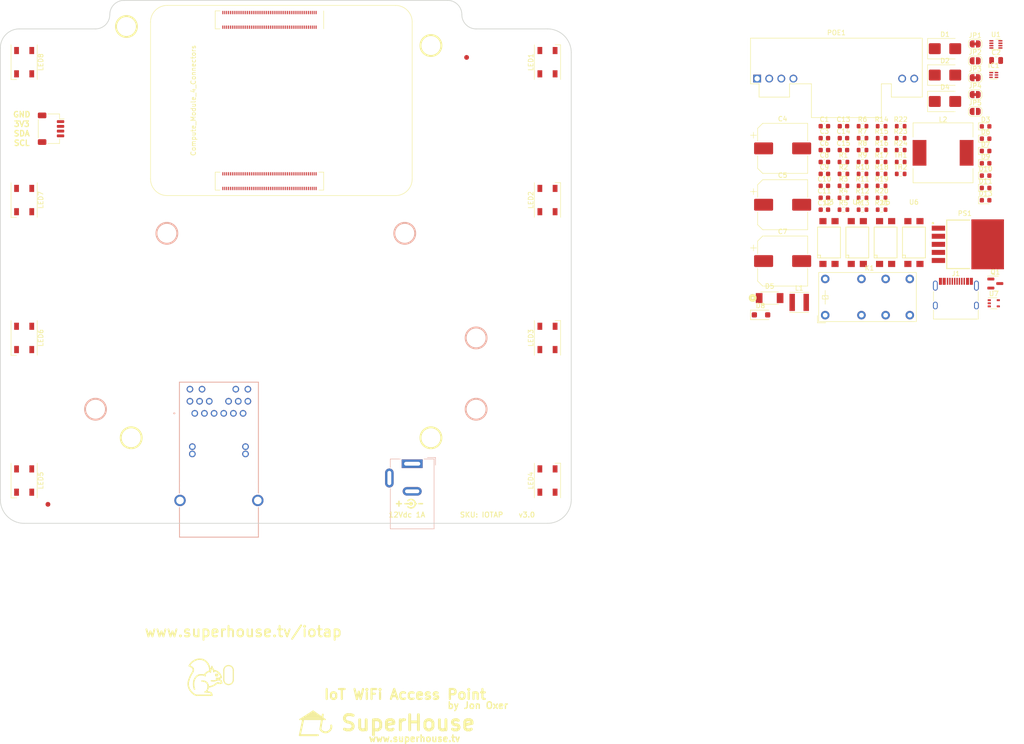
<source format=kicad_pcb>
(kicad_pcb (version 20221018) (generator pcbnew)
  (layers (0 "F.Cu" signal) (31 "B.Cu" signal) (34 "B.Paste" user) (35 "F.Paste" user) (36 "B.SilkS" user "B.Silkscreen") (37 "F.SilkS" user "F.Silkscreen") (38 "B.Mask" user) (39 "F.Mask" user) (44 "Edge.Cuts" user))
  (net 0 "")
  (net 1 "VB1")
  (net 2 "VB2")
  (net 3 "Net-(U1-VCC)")
  (net 4 "+5V")
  (net 5 "+12V")
  (net 6 "Net-(D5-K)")
  (net 7 "Net-(D6-K)")
  (net 8 "Net-(D7-K)")
  (net 9 "Net-(IC1-OUTA)")
  (net 10 "Net-(IC1-INB-)")
  (net 11 "Net-(IC1-INA+)")
  (net 12 "Net-(U1-LX)")
  (net 13 "VA1")
  (net 14 "VA2")
  (net 15 "Net-(K1-Pad9)")
  (net 16 "Net-(K1-Pad2)")
  (net 18 "Net-(D3-K)")
  (net 19 "Net-(RJ45_1-CT_1)")
  (net 20 "+3.3V")
  (net 21 "SDA0")
  (net 22 "SCL0")
  (net 23 "ethPair2_N")
  (net 24 "ethPair2_P")
  (net 25 "ethPair1_P")
  (net 26 "ethPair1_N")
  (net 27 "ethPair3_P")
  (net 28 "ethPair3_N")
  (net 29 "ethPair0_N")
  (net 30 "ethPair0_P")
  (net 31 "ETH_LEDY")
  (net 32 "ETH_LEDG")
  (net 33 "+1V8")
  (net 34 "GND")
  (net 35 "Net-(LED1-DOUT)")
  (net 36 "Net-(LED2-DOUT)")
  (net 37 "Net-(LED3-DOUT)")
  (net 38 "Net-(LED4-DOUT)")
  (net 39 "Net-(LED5-DOUT)")
  (net 40 "Net-(LED6-DOUT)")
  (net 41 "Net-(D9-K)")
  (net 42 "Net-(LED1-DIN)")
  (net 43 "Net-(LED7-DOUT)")
  (net 45 "GPIO_VREF")
  (net 46 "Net-(U2A-~{Pi_nLED_Activity})")
  (net 47 "Net-(TH1-Pad2)")
  (net 48 "Net-(TH2-Pad2)")
  (net 49 "/SYNC_IN")
  (net 50 "/SYNC_OUT")
  (net 52 "/EEPROM_nWP")
  (net 53 "/GPIO26")
  (net 54 "/GPIO21")
  (net 55 "/GPIO19")
  (net 56 "/GPIO20")
  (net 57 "/GPIO13")
  (net 58 "/GPIO16")
  (net 59 "/GPIO6")
  (net 60 "/GPIO12")
  (net 61 "/GPIO5")
  (net 62 "/ID_SC")
  (net 63 "/ID_SD")
  (net 64 "/GPIO7")
  (net 65 "/GPIO11")
  (net 66 "/GPIO9")
  (net 67 "/GPIO10")
  (net 68 "/GPIO22")
  (net 69 "/GPIO27")
  (net 70 "/GPIO17")
  (net 71 "/GPIO15")
  (net 72 "/GPIO4")
  (net 73 "/GPIO14")
  (net 74 "/GPIO3")
  (net 75 "/SD_CLK")
  (net 76 "/GPIO2")
  (net 77 "/SD_DAT3")
  (net 78 "/SD_CMD")
  (net 79 "/SD_DAT0")
  (net 81 "/SD_DAT1")
  (net 83 "/SD_DAT2")
  (net 87 "/SD_PWR_ON")
  (net 89 "/WL_nDis")
  (net 90 "/BT_nDis")
  (net 91 "/RUN_PG")
  (net 92 "/nRPIBOOT")
  (net 93 "/AIN1")
  (net 94 "/nPWR_LED")
  (net 95 "/AIN0")
  (net 96 "/CAM_GPIO")
  (net 97 "/GLOBAL_EN")
  (net 98 "/nEXTRST")
  (net 99 "/PCIE_CLK_nREQ")
  (net 102 "/PCIE_nRST")
  (net 103 "/PCIE_CLK_P")
  (net 104 "/TV_OUT")
  (net 105 "/PCIE_CLK_N")
  (net 106 "/CAM1_D0_N")
  (net 107 "/PCIE_RX_P")
  (net 108 "/CAM1_D0_P")
  (net 109 "/PCIE_RX_N")
  (net 110 "/CAM1_D1_N")
  (net 111 "/PCIE_TX_P")
  (net 112 "/CAM1_D1_P")
  (net 113 "/PCIE_TX_N")
  (net 114 "/CAM1_C_N")
  (net 115 "/CAM0_D0_N")
  (net 116 "/CAM1_C_P")
  (net 117 "/CAM0_D0_P")
  (net 118 "/CAM1_D2_N")
  (net 119 "/CAM0_D1_N")
  (net 120 "/CAM1_D2_P")
  (net 121 "/CAM0_D1_P")
  (net 122 "/CAM1_D3_N")
  (net 123 "/CAM0_C_N")
  (net 124 "/CAM1_D3_P")
  (net 125 "/CAM0_C_P")
  (net 126 "/HDMI1_HOTPLUG")
  (net 127 "/HDMI1_SDA")
  (net 128 "/HDMI1_D2_P")
  (net 129 "/HDMI1_SCL")
  (net 130 "/HDMI1_D2_N")
  (net 131 "/HDMI1_CEC")
  (net 132 "/HDMI0_CEC")
  (net 133 "/HDMI1_D1_P")
  (net 134 "/HDMI0_HOTPLUG")
  (net 135 "/HDMI1_D1_N")
  (net 136 "/DSI0_D0_N")
  (net 137 "/HDMI1_D0_P")
  (net 138 "/DSI0_D0_P")
  (net 139 "/HDMI1_D0_N")
  (net 140 "/DSI0_D1_N")
  (net 141 "/HDMI1_CK_P")
  (net 142 "/DSI0_D1_P")
  (net 143 "/HDMI1_CK_N")
  (net 144 "/DSI0_C_N")
  (net 145 "/HDMI0_D2_P")
  (net 146 "/DSI0_C_P")
  (net 147 "/HDMI0_D2_N")
  (net 148 "/DSI1_D0_N")
  (net 149 "/HDMI0_D1_P")
  (net 150 "/DSI1_D0_P")
  (net 151 "/HDMI0_D1_N")
  (net 152 "/DSI1_D1_N")
  (net 153 "/HDMI0_D0_P")
  (net 154 "/DSI1_D1_P")
  (net 155 "/HDMI0_D0_N")
  (net 156 "/DSI1_C_N")
  (net 157 "/HDMI0_CK_P")
  (net 158 "/DSI1_C_P")
  (net 159 "/HDMI0_CK_N")
  (net 160 "/DSI1_D2_N")
  (net 161 "/DSI1_D3_N")
  (net 162 "/DSI1_D2_P")
  (net 163 "/DSI1_D3_P")
  (net 164 "/HDMI0_SDA")
  (net 165 "/HDMI0_SCL")
  (net 166 "Net-(D10-K)")
  (net 167 "Net-(D11-K)")
  (net 168 "Net-(JP3-A)")
  (net 169 "Net-(JP4-A)")
  (net 170 "+3.3VA")
  (net 171 "GPIO18")
  (net 172 "Net-(R12-Pad1)")
  (net 173 "2.1mm_SIG")
  (net 174 "PASSIVE_SIG")
  (net 175 "POE_SIG")
  (net 176 "DIY_SIG")
  (net 177 "Net-(D13-K)")
  (net 182 "Net-(R13-Pad1)")
  (net 183 "Net-(R14-Pad1)")
  (net 184 "Net-(R15-Pad1)")
  (net 185 "GPIO8")
  (net 186 "GPIO25")
  (net 187 "GPIO24")
  (net 188 "GPIO23")
  (net 189 "Net-(R21-Pad2)")
  (net 191 "Net-(JP5-B)")
  (net 192 "USB2_P")
  (net 193 "USB2_N")
  (net 194 "Net-(JP5-A)")
  (net 195 "USBOTG")
  (net 196 "Net-(RJ45_1-K_YELLOW)")
  (net 197 "Net-(RJ45_1-K_GREEN{slash}A_ORANGE)")
  (footprint "Resistor_SMD:R_0603_1608Metric" (layer "F.Cu") (at 217.18 47.4)
    (fp_text reference "R22")
    (fp_text value "2.2k")
  )
  (footprint "MountingHole:MountingHole_5.3mm_M5" (layer "F.Cu") (at 49.4365 47.4365)
    (fp_text reference "H10" hide)
    (fp_text value "MountingHole" hide)
  )
  (footprint "LED_SMD:LED_SK6812_PLCC4_5.0x5.0mm_P3.2mm" (layer "F.Cu") (at 142.9365 121.9365 90)
    (fp_text reference "LED4")
    (fp_text value "SK6812" hide)
  )
  (footprint "Austins creations:LM2596S" (layer "F.Cu") (at 230.66 72.25)
    (fp_text reference "PS1")
    (fp_text value "LM2596S-5.0")
  )
  (footprint "Capacitor_SMD:C_0603_1608Metric" (layer "F.Cu") (at 205.15 49.91)
    (fp_text reference "C14")
    (fp_text value "100nF")
  )
  (footprint "Resistor_SMD:R_0603_1608Metric" (layer "F.Cu") (at 217.18 57.44)
    (fp_text reference "TH2")
    (fp_text value "16v 500mA PTC")
  )
  (footprint "Capacitor_SMD:C_0603_1608Metric" (layer "F.Cu") (at 205.15 52.42)
    (fp_text reference "C15")
    (fp_text value "100nF")
  )
  (footprint "Diode_SMD:D_SMB" (layer "F.Cu") (at 226.495 42.2)
    (fp_text reference "D4")
    (fp_text value "S3MB")
  )
  (footprint "Resistor_SMD:R_0603_1608Metric" (layer "F.Cu") (at 205.15 64.97)
    (fp_text reference "R5")
    (fp_text value "62k")
  )
  (footprint "Capacitor_SMD:C_0603_1608Metric" (layer "F.Cu") (at 201.14 49.91)
    (fp_text reference "C3")
    (fp_text value "1uf")
  )
  (footprint "Resistor_SMD:R_0603_1608Metric" (layer "F.Cu") (at 205.15 59.95)
    (fp_text reference "R3")
    (fp_text value "10k")
  )
  (footprint "Jumper:SolderJumper-2_P1.3mm_Open_RoundedPad1.0x1.5mm" (layer "F.Cu") (at 232.84 33.65)
    (fp_text reference "JP2")
    (fp_text value "Jumper_2_Open")
  )
  (footprint "bare-footprints:smd4" (layer "F.Cu") (at 202.10998 71.87397)
    (fp_text reference "U3")
    (fp_text value "PC817")
  )
  (footprint "Jumper:SolderJumper-2_P1.3mm_Bridged_RoundedPad1.0x1.5mm" (layer "F.Cu") (at 232.84 40.75)
    (fp_text reference "JP4")
    (fp_text value "Jumper_2_Bridged")
  )
  (footprint "Capacitor_SMD:CP_Elec_10x10" (layer "F.Cu") (at 192.365 75.77)
    (fp_text reference "C7")
    (fp_text value "330uF 25v")
  )
  (footprint "Diode_SMD:D_SOD-123F" (layer "F.Cu") (at 187.825 87.09)
    (fp_text reference "D8")
    (fp_text value "SM4007")
  )
  (footprint "MountingHole:MountingHole_3.5mm" (layer "F.Cu") (at 118.4365 30.4365)
    (fp_text reference "H7" hide)
    (fp_text value "MountingHole" hide)
  )
  (footprint "Resistor_SMD:R_0603_1608Metric" (layer "F.Cu") (at 213.17 49.91)
    (fp_text reference "R15")
    (fp_text value "4.7k")
  )
  (footprint "Resistor_SMD:R_0603_1608Metric" (layer "F.Cu") (at 217.18 49.91)
    (fp_text reference "R23")
    (fp_text value "470r")
  )
  (footprint "Resistor_SMD:R_0603_1608Metric" (layer "F.Cu") (at 209.16 62.46)
    (fp_text reference "R12")
    (fp_text value "10k")
  )
  (footprint "MountingHole:MountingHole_2.5mm" (layer "F.Cu") (at 112.9365 69.9365)
    (fp_text reference "H2" hide)
    (fp_text value "MountingHole" hide)
  )
  (footprint "MountingHole:MountingHole_2.5mm" (layer "F.Cu") (at 127.9365 91.9365)
    (fp_text reference "H3" hide)
    (fp_text value "MountingHole" hide)
  )
  (footprint "Capacitor_SMD:CP_Elec_10x10" (layer "F.Cu") (at 192.365 52.07)
    (fp_text reference "C4")
    (fp_text value "330uF 50v")
  )
  (footprint "Resistor_SMD:R_0603_1608Metric" (layer "F.Cu") (at 205.15 54.93)
    (fp_text reference "R1")
    (fp_text value "10k")
  )
  (footprint "bare-footprints:smd4" (layer "F.Cu") (at 214.00998 71.87397)
    (fp_text reference "U5")
    (fp_text value "PC817")
  )
  (footprint "Austins creations:Raspberry-Pi-4-Compute-Module" (layer "F.Cu") (at 84.5 42 -90)
    (fp_text reference "U2" hide)
    (fp_text value "Compute_Module_4_Connectors")
  )
  (footprint "Resistor_SMD:R_0603_1608Metric" (layer "F.Cu") (at 213.17 54.93)
    (fp_text reference "R17")
    (fp_text value "10k")
  )
  (footprint "LED_SMD:LED_0603_1608Metric" (layer "F.Cu") (at 235.03 55.21)
    (fp_text reference "D9")
    (fp_text value "red")
  )
  (footprint "Resistor_SMD:R_0603_1608Metric" (layer "F.Cu") (at 213.17 47.4)
    (fp_text reference "R14")
    (fp_text value "10k")
  )
  (footprint "LED_SMD:LED_0603_1608Metric" (layer "F.Cu") (at 235.03 60.39)
    (fp_text reference "D11")
    (fp_text value "green")
  )
  (footprint "Capacitor_SMD:C_0603_1608Metric" (layer "F.Cu") (at 201.14 62.46)
    (fp_text reference "C11")
    (fp_text value "100nF")
  )
  (footprint "Capacitor_SMD:C_0805_2012Metric" (layer "F.Cu") (at 237.24 33.58)
    (fp_text reference "C2")
    (fp_text value "1uf")
  )
  (footprint "Inductor_SMD:L_Vishay_IFSC-1515AH_4x4x1.8mm" (layer "F.Cu") (at 195.85 84.47)
    (fp_text reference "L1")
    (fp_text value "33UH")
  )
  (footprint "Jumper:SolderJumper-2_P1.3mm_Open_RoundedPad1.0x1.5mm" (layer "F.Cu") (at 232.84 44.3)
    (fp_text reference "JP5")
    (fp_text value "USB OTG MODE")
  )
  (footprint "Resistor_SMD:R_0603_1608Metric" (layer "F.Cu") (at 205.15 57.44)
    (fp_text reference "R2")
    (fp_text value "10k")
  )
  (footprint "MountingHole:MountingHole_2.5mm" (layer "F.Cu") (at 127.9365 106.9365)
    (fp_text reference "H4" hide)
    (fp_text value "MountingHole" hide)
  )
  (footprint "Capacitor_SMD:C_0603_1608Metric" (layer "F.Cu") (at 201.14 64.97)
    (fp_text reference "C12")
    (fp_text value "100nF")
  )
  (footprint "LED_SMD:LED_SK6812_PLCC4_5.0x5.0mm_P3.2mm" (layer "F.Cu") (at 142.9365 62.9365 90)
    (fp_text reference "LED2")
    (fp_text value "SK6812" hide)
  )
  (footprint "Resistor_SMD:R_0603_1608Metric" (layer "F.Cu") (at 209.16 54.93)
    (fp_text reference "R9")
    (fp_text value "4.7k")
  )
  (footprint "LED_SMD:LED_0603_1608Metric" (layer "F.Cu") (at 235.03 47.44)
    (fp_text reference "D3")
    (fp_text value "green")
  )
  (footprint "Package_SON:WSON-6_1.5x1.5mm_P0.5mm" (layer "F.Cu") (at 236.74 36.63)
    (fp_text reference "IC1")
    (fp_text value "TPS3700-WSON")
  )
  (footprint "Resistor_SMD:R_0603_1608Metric" (layer "F.Cu") (at 209.16 59.95)
    (fp_text reference "R11")
    (fp_text value "470r")
  )
  (footprint "LED_SMD:LED_0603_1608Metric" (layer "F.Cu") (at 235.03 50.03)
    (fp_text reference "D6")
    (fp_text value "red")
  )
  (footprint "MountingHole:MountingHole_3.5mm" (layer "F.Cu") (at 54.4365 26.4365)
    (fp_text reference "H6" hide)
    (fp_text value "MountingHole" hide)
  )
  (footprint "Resistor_SMD:R_0603_1608Metric" (layer "F.Cu") (at 217.18 54.93)
    (fp_text reference "TH1")
    (fp_text value "16v 500mA PTC")
  )
  (footprint "Capacitor_SMD:C_0603_1608Metric" (layer "F.Cu") (at 201.14 59.95)
    (fp_text reference "C10")
    (fp_text value "100nF")
  )
  (footprint "Resistor_SMD:R_0603_1608Metric" (layer "F.Cu") (at 209.16 57.44)
    (fp_text reference "R10")
    (fp_text value "4.7k")
  )
  (footprint "Austins creations:qwiic horizontal" (layer "F.Cu") (at 38.3855 47.9365 -90)
    (fp_text reference "Qw1" hide)
    (fp_text value "qwiic_horizontal" hide)
  )
  (footprint "Resistor_SMD:R_0603_1608Metric" (layer "F.Cu") (at 205.15 62.46)
    (fp_text reference "R4")
    (fp_text value "2M")
  )
  (footprint "MountingHole:MountingHole_3.5mm" (layer "F.Cu") (at 55.4365 112.9365)
    (fp_text reference "H8" hide)
    (fp_text value "MountingHole" hide)
  )
  (footprint "LED_SMD:LED_SK6812_PLCC4_5.0x5.0mm_P3.2mm" (layer "F.Cu") (at 32.9365 121.9365 -90)
    (fp_text reference "LED5")
    (fp_text value "SK6812" hide)
  )
  (footprint "MountingHole:MountingHole_5.3mm_M5" (layer "F.Cu") (at 126.4365 47.4365)
    (fp_text reference "H11" hide)
    (fp_text value "MountingHole" hide)
  )
  (footprint "bare-footprints:smd4" (layer "F.Cu") (at 208.05998 71.87397)
    (fp_text reference "U4")
    (fp_text value "PC817")
  )
  (footprint "bare-footprints:smd4" (layer "F.Cu") (at 219.95998 71.87397)
    (fp_text reference "U6")
    (fp_text value "PC817")
  )
  (footprint "Capacitor_SMD:C_0603_1608Metric" (layer "F.Cu") (at 205.15 47.4)
    (fp_text reference "C13")
    (fp_text value "100nF")
  )
  (footprint "Resistor_SMD:R_0603_1608Metric" (layer "F.Cu") (at 213.17 62.46)
    (fp_text reference "R20")
    (fp_text value "2.2k")
  )
  (footprint "Resistor_SMD:R_0603_1608Metric" (layer "F.Cu") (at 209.16 49.91)
    (fp_text reference "R7")
    (fp_text value "4.7k")
  )
  (footprint "Austins creations:DP1435" (layer "F.Cu") (at 203.6685 37.2385)
    (fp_text reference "POE1")
    (fp_text value "DP1435")
  )
  (footprint "Connector_USB:USB_C_Receptacle_HRO_TYPE-C-31-M-12" (layer "F.Cu") (at 228.78 84.07)
    (fp_text reference "J1")
    (fp_text value "USB_C_Receptacle_USB2.0")
  )
  (footprint "Package_TO_SOT_SMD:SOT-353_SC-70-5" (layer "F.Cu") (at 236.75 84.65)
    (fp_text reference "U7")
    (fp_text value "74LVC1G07SE-7")
  )
  (footprint "MountingHole:MountingHole_3.5mm" (layer "F.Cu") (at 118.4365 112.9365)
    (fp_text reference "H9" hide)
    (fp_text value "MountingHole" hide)
  )
  (footprint "Relay_THT:Relay_DPDT_Finder_30.22" (layer "F.Cu") (at 201.315 87.15)
    (fp_text reference "K1")
    (fp_text value "J104D2C3VDC.15S")
  )
  (footprint "Capacitor_SMD:C_0603_1608Metric" (layer "F.Cu") (at 201.14 57.44)
    (fp_text reference "C9")
    (fp_text value "100nF")
  )
  (footprint "Jumper:SolderJumper-2_P1.3mm_Bridged_RoundedPad1.0x1.5mm" (layer "F.Cu") (at 232.84 30.1)
    (fp_text reference "JP1")
    (fp_text value "Jumper_2_Bridged")
  )
  (footprint "Resistor_SMD:R_0603_1608Metric" (layer "F.Cu") (at 209.16 64.97)
    (fp_text reference "R13")
    (fp_text value "10k")
  )
  (footprint "Resistor_SMD:R_0603_1608Metric" (layer "F.Cu") (at 209.16 47.4)
    (fp_text reference "R6")
    (fp_text value "22k")
  )
  (footprint "Package_DFN_QFN:DFN-8_2x2mm_P0.5mm" (layer "F.Cu") (at 237.19 30.2)
    (fp_text reference "U1")
    (fp_text value "MAX15062A")
  )
  (footprint "Diode_SMD:D_SMB" (layer "F.Cu") (at 226.495 31.1)
    (fp_text reference "D1")
    (fp_text value "S3MB")
  )
  (footprint "LED_SMD:LED_0603_1608Metric" (layer "F.Cu") (at 235.03 62.98)
    (fp_text reference "D13")
    (fp_text value "red")
  )
  (footprint "Austins creations:12x12x8 inductor" (layer "F.Cu") (at 226.085 53.005)
    (fp_text reference "L2")
    (fp_text value "33UH")
  )
  (footprint "LED_SMD:LED_SK6812_PLCC4_5.0x5.0mm_P3.2mm" (layer "F.Cu") (at 32.9365 91.9365 -90)
    (fp_text reference "LED6")
    (fp_text value "SK6812" hide)
  )
  (footprint "LED_SMD:LED_SK6812_PLCC4_5.0x5.0mm_P3.2mm" (layer "F.Cu") (at 142.9365 91.9365 90)
    (fp_text reference "LED3")
    (fp_text value "SK6812" hide)
  )
  (footprint "Resistor_SMD:R_0603_1608Metric" (layer "F.Cu") (at 213.17 57.44)
    (fp_text reference "R18")
    (fp_text value "10k")
  )
  (footprint "MountingHole:MountingHole_2.5mm" (layer "F.Cu") (at 47.9365 106.9365)
    (fp_text reference "H5" hide)
    (fp_text value "MountingHole" hide)
  )
  (footprint "Capacitor_SMD:CP_Elec_10x10" (layer "F.Cu") (at 192.365 63.92)
    (fp_text reference "C5")
    (fp_text value "330uF 50v")
  )
  (footprint "Resistor_SMD:R_0603_1608Metric" (layer "F.Cu") (at 213.17 52.42)
    (fp_text reference "R16")
    (fp_text value "10k")
  )
  (footprint "Fiducial:Fiducial_1mm_Mask3mm" (layer "F.Cu") (at 125.9365 32.9365)
    (fp_text reference "FID2" hide)
    (fp_text value "Fiducial" hide)
  )
  (footprint "LED_SMD:LED_SK6812_PLCC4_5.0x5.0mm_P3.2mm" (layer "F.Cu") (at 32.9365 62.9365 -90)
    (fp_text reference "LED7")
    (fp_text value "SK6812" hide)
  )
  (footprint "Fiducial:Fiducial_1mm_Mask3mm" (layer "F.Cu") (at 37.9365 126.9365)
    (fp_text reference "FID1" hide)
    (fp_text value "Fiducial" hide)
  )
  (footprint "Resistor_SMD:R_0603_1608Metric" (layer "F.Cu") (at 209.16 52.42)
    (fp_text reference "R8")
    (fp_text value "10k")
  )
  (footprint "Austins creations:PMEG3050EP" (layer "F.Cu") (at 189.632815 83.555)
    (fp_text reference "D5")
    (fp_text value "PMEG4050EP")
  )
  (footprint "Capacitor_SMD:C_0603_1608Metric" (layer "F.Cu") (at 201.14 54.93)
    (fp_text reference "C8")
    (fp_text value "100nF")
  )
  (footprint "MountingHole:MountingHole_5.3mm_M5" (layer "F.Cu") (at 40.4365 120.9365)
    (fp_text reference "H12" hide)
    (fp_text value "MountingHole" hide)
  )
  (footprint "LED_SMD:LED_0603_1608Metric" (layer "F.Cu") (at 235.03 57.8)
    (fp_text reference "D10")
    (fp_text value "green")
  )
  (footprint "MountingHole:MountingHole_5.3mm_M5" (layer "F.Cu") (at 133.4365 120.9365)
    (fp_text reference "H13" hide)
    (fp_text value "MountingHole" hide)
  )
  (footprint "MountingHole:MountingHole_2.5mm" (layer "F.Cu") (at 62.9365 69.9365)
    (fp_text reference "H1" hide)
    (fp_text value "MountingHole" hide)
  )
  (footprint "Resistor_SMD:R_0603_1608Metric" (layer "F.Cu") (at 213.17 59.95)
    (fp_text reference "R19")
    (fp_text value "10k")
  )
  (footprint "Jumper:SolderJumper-2_P1.3mm_Bridged_RoundedPad1.0x1.5mm" (layer "F.Cu") (at 232.84 37.2)
    (fp_text reference "JP3")
    (fp_text value "Jumper_2_Bridged")
  )
  (footprint "LED_SMD:LED_0603_1608Metric" (layer "F.Cu") (at 235.03 52.62)
    (fp_text reference "D7")
    (fp_text value "blue")
  )
  (footprint "Capacitor_SMD:C_0603_1608Metric" (layer "F.Cu") (at 201.14 52.42)
    (fp_text reference "C6")
    (fp_text value "10uf")
  )
  (footprint "Package_TO_SOT_SMD:SOT-23" (layer "F.Cu") (at 237.07 80.5)
    (fp_text reference "Q1")
    (fp_text value "AO3400A")
  )
  (footprint "Resistor_SMD:R_0603_1608Metric" (layer "F.Cu") (at 217.18 52.42)
    (fp_text reference "R24")
    (fp_text value "470r")
  )
  (footprint "LED_SMD:LED_SK6812_PLCC4_5.0x5.0mm_P3.2mm" (layer "F.Cu") (at 142.9365 33.9365 90)
    (fp_text reference "LED1")
    (fp_text value "SK6812" hide)
  )
  (footprint "Capacitor_SMD:C_0603_1608Metric" (layer "F.Cu") (at 201.14 47.4)
    (fp_text reference "C1")
    (fp_text value "100nF")
  )
  (footprint "LED_SMD:LED_SK6812_PLCC4_5.0x5.0mm_P3.2mm" (layer "F.Cu") (at 32.9365 33.9365 -90)
    (fp_text reference "LED8")
    (fp_text value "SK6812" hide)
  )
  (footprint "Resistor_SMD:R_0603_1608Metric" (layer "F.Cu") (at 213.17 64.97)
    (fp_text reference "R21")
    (fp_text value "1k")
  )
  (footprint "Diode_SMD:D_SMB" (layer "F.Cu") (at 226.495 36.65)
    (fp_text reference "D2")
    (fp_text value "S3MB")
  )
  (footprint "Austins creations:Barrel Jack" (layer "B.Cu") (at 114.5 124 180)
    (fp_text reference "BJ1" hide)
    (fp_text value "Barrel_Jack" hide)
  )
  (footprint "Austins creations:ARJ139" (layer "B.Cu") (at 73.7 114.3 180)
    (fp_text reference "RJ45_1" hide)
    (fp_text value "ARJ-139" hide)
  )
  (gr_circle (center 62.9365 69.9365) (end 65.1365 69.9365) (stroke (width 0.4064)) (fill none) (layer "B.SilkS"))
  (gr_circle (center 127.9365 106.9365) (end 130.1365 106.9365) (stroke (width 0.4064)) (fill none) (layer "B.SilkS"))
  (gr_circle (center 127.9365 91.9365) (end 130.1365 91.9365) (stroke (width 0.4064)) (fill none) (layer "B.SilkS"))
  (gr_circle (center 112.9365 69.9365) (end 115.1365 69.9365) (stroke (width 0.4064)) (fill none) (layer "B.SilkS"))
  (gr_circle (center 47.9365 106.9365) (end 50.1365 106.9365) (stroke (width 0.4064)) (fill none) (layer "B.SilkS"))
  (gr_arc (start 70.5 159.6) (mid 71.136714 159.974594) (end 71.6 160.55) (stroke (width 0.3048)) (layer "F.SilkS"))
  (gr_line (start 76.9 163.85) (end 76.9 161.85) (stroke (width 0.254)) (layer "F.SilkS"))
  (gr_arc (start 68.449999 161.5) (mid 68.499872 161.671447) (end 68.5 161.85) (stroke (width 0.3048)) (layer "F.SilkS"))
  (gr_line (start 94.438 171.43) (end 93.168 171.43) (stroke (width 0.4064)) (layer "F.SilkS"))
  (gr_line (start 111.7145 126.2965) (end 111.7145 127.3125) (stroke (width 0.3048)) (layer "F.SilkS"))
  (gr_arc (start 114.2545 127.0585) (mid 114.074895 126.984105) (end 114.0005 126.8045) (stroke (width 0.3048)) (layer "F.SilkS"))
  (gr_line (start 114.0005 126.8045) (end 114.2545 126.8045) (stroke (width 0.3048)) (layer "F.SilkS"))
  (gr_circle (center 54.4365 26.4365) (end 56.6365 26.4365) (stroke (width 0.4064)) (fill none) (layer "F.SilkS"))
  (gr_arc (start 73.2 164.75) (mid 73.379715 164.592545) (end 73.6 164.500001) (stroke (width 0.3048)) (layer "F.SilkS"))
  (gr_line (start 111.2065 126.8045) (end 112.2225 126.8045) (stroke (width 0.3048)) (layer "F.SilkS"))
  (gr_arc (start 68.5 161.85) (mid 68.446917 162.058219) (end 68.35 162.25) (stroke (width 0.3048)) (layer "F.SilkS"))
  (gr_arc (start 67.5 164.1) (mid 67.655006 163.617634) (end 67.85 163.15) (stroke (width 0.3048)) (layer "F.SilkS"))
  (gr_line (start 115.1435 126.8045) (end 115.3975 126.8045) (stroke (width 0.3048)) (layer "F.SilkS"))
  (gr_line (start 93.168 171.43) (end 93.676 171.176) (stroke (width 0.4064)) (layer "F.SilkS"))
  (gr_line (start 72.4 161.35) (end 72.4 161.05) (stroke (width 0.3048)) (layer "F.SilkS"))
  (gr_arc (start 67.45 165.1) (mid 67.420057 164.597253) (end 67.5 164.1) (stroke (width 0.3048)) (layer "F.SilkS"))
  (gr_line (start 90.882 175.494) (end 91.644 171.938) (stroke (width 0.4064)) (layer "F.SilkS"))
  (gr_line (start 94.692 175.494) (end 90.882 175.494) (stroke (width 0.4064)) (layer "F.SilkS"))
  (gr_line (start 94.946 171.684) (end 92.152 171.684) (stroke (width 0.4064)) (layer "F.SilkS"))
  (gr_arc (start 114.0005 126.8045) (mid 114.074895 126.624895) (end 114.2545 126.5505) (stroke (width 0.3048)) (layer "F.SilkS"))
  (gr_arc (start 75.9 164.85) (mid 75.192893 164.557107) (end 74.9 163.85) (stroke (width 0.254)) (layer "F.SilkS"))
  (gr_arc (start 71.85 166.45) (mid 72.066228 166.517544) (end 72.25 166.65) (stroke (width 0.3048)) (layer "F.SilkS"))
  (gr_arc (start 68.099999 161.15) (mid 68.306947 161.293053) (end 68.45 161.5) (stroke (width 0.3048)) (layer "F.SilkS"))
  (gr_arc (start 73.45 163.9) (mid 72.887171 164.06831) (end 72.300001 164.05) (stroke (width 0.3048)) (layer "F.SilkS"))
  (gr_line (start 112.9845 126.8045) (end 114.0005 126.8045) (stroke (width 0.3048)) (layer "F.SilkS"))
  (gr_arc (start 69.35 167.1) (mid 68.954715 167.035854) (end 68.6 166.850001) (stroke (width 0.3048)) (layer "F.SilkS"))
  (gr_arc (start 68.65 164) (mid 68.918861 163.443203) (end 69.35 163.000001) (stroke (width 0.3048)) (layer "F.SilkS"))
  (gr_arc (start 97.486 173.462) (mid 96.672339 174.831016) (end 95.2 174.224002) (stroke (width 0.4064)) (layer "F.SilkS"))
  (gr_arc (start 73.65 164.5) (mid 73.808114 164.525658) (end 73.95 164.6) (stroke (width 0.3048)) (layer "F.SilkS"))
  (gr_arc (start 74.9 161.85) (mid 75.192893 161.142893) (end 75.9 160.85) (stroke (width 0.254)) (layer "F.SilkS"))
  (gr_arc (start 75.9 160.85) (mid 76.607107 161.142893) (end 76.9 161.85) (stroke (width 0.254)) (layer "F.SilkS"))
  (gr_circle (center 118.4365 112.9365) (end 120.6365 112.9365) (stroke (width 0.4064)) (fill none) (layer "F.SilkS"))
  (gr_line (start 93.676 170.414) (end 96.216 172.192) (stroke (width 0.254)) (layer "F.SilkS"))
  (gr_line (start 74.9 161.85) (end 74.9 163.85) (stroke (width 0.254)) (layer "F.SilkS"))
  (gr_arc (start 67.65 160.9) (mid 68.190466 160.181339) (end 68.95 159.7) (stroke (width 0.3048)) (layer "F.SilkS"))
  (gr_arc (start 68.2 166.5) (mid 67.987252 166.260198) (end 67.8 166) (stroke (width 0.3048)) (layer "F.SilkS"))
  (gr_arc (start 114.2545 126.5505) (mid 114.434105 126.624895) (end 114.5085 126.8045) (stroke (width 0.3048)) (layer "F.SilkS"))
  (gr_arc (start 74.3 164.05) (mid 74.411512 164.262829) (end 74.45 164.5) (stroke (width 0.3048)) (layer "F.SilkS"))
  (gr_arc (start 67.8 166) (mid 67.579405 165.567731) (end 67.45 165.1) (stroke (width 0.3048)) (layer "F.SilkS"))
  (gr_arc (start 72.399999 161.299999) (mid 72.677586 161.688488) (end 72.8 162.15) (stroke (width 0.3048)) (layer "F.SilkS"))
  (gr_arc (start 74.35 163.35) (mid 73.868256 163.541278) (end 73.35 163.55) (stroke (width 0.3048)) (layer "F.SilkS"))
  (gr_line (start 90.882 172.192) (end 93.676 170.414) (stroke (width 0.254)) (layer "F.SilkS"))
  (gr_arc (start 69.35 163) (mid 69.808772 162.822918) (end 70.3 162.800001) (stroke (width 0.3048)) (layer "F.SilkS"))
  (gr_arc (start 70.799999 162.9) (mid 71.292849 162.34503) (end 71.95 162) (stroke (width 0.3048)) (layer "F.SilkS"))
  (gr_line (start 95.454 171.938) (end 93.676 170.668) (stroke (width 0.254)) (layer "F.SilkS"))
  (gr_arc (start 73.45 163.9) (mid 73.720943 163.830374) (end 74 163.850001) (stroke (width 0.3048)) (layer "F.SilkS"))
  (gr_line (start 93.676 170.668) (end 91.644 171.938) (stroke (width 0.254)) (layer "F.SilkS"))
  (gr_arc (start 72.8 161.9) (mid 73.370639 162.054158) (end 73.85 162.4) (stroke (width 0.3048)) (layer "F.SilkS"))
  (gr_line (start 96.216 172.192) (end 90.882 172.192) (stroke (width 0.254)) (layer "F.SilkS"))
  (gr_arc (start 113.6195 126.1695) (mid 115.152526 126.8045) (end 113.6195 127.4395) (stroke (width 0.3048)) (layer "F.SilkS"))
  (gr_arc (start 68.6 166.85) (mid 68.393406 166.682537) (end 68.2 166.5) (stroke (width 0.3048)) (layer "F.SilkS"))
  (gr_arc (start 68.75 165.8) (mid 68.55395 164.908114) (end 68.65 164.000001) (stroke (width 0.3048)) (layer "F.SilkS"))
  (gr_line (start 93.676 170.922) (end 94.438 171.43) (stroke (width 0.4064)) (layer "F.SilkS"))
  (gr_arc (start 114.5085 126.8045) (mid 114.434105 126.984105) (end 114.2545 127.0585) (stroke (width 0.3048)) (layer "F.SilkS"))
  (gr_line (start 92.152 171.684) (end 93.676 170.922) (stroke (width 0.4064)) (layer "F.SilkS"))
  (gr_arc (start 76.9 163.85) (mid 76.607107 164.557107) (end 75.9 164.85) (stroke (width 0.254)) (layer "F.SilkS"))
  (gr_arc (start 70.3 164.1) (mid 70.526081 164.115275) (end 70.75 164.15) (stroke (width 0.3048)) (layer "F.SilkS"))
  (gr_line (start 91.39 171.938) (end 91.644 171.938) (stroke (width 0.254)) (layer "F.SilkS"))
  (gr_arc (start 67.85 163.15) (mid 68.08425 162.69125) (end 68.35 162.25) (stroke (width 0.3048)) (layer "F.SilkS"))
  (gr_circle (center 55.4365 112.9365) (end 57.6365 112.9365) (stroke (width 0.4064)) (fill none) (layer "F.SilkS"))
  (gr_circle (center 73.4 162.85) (end 73.45 162.85) (stroke (width 0.3048)) (fill none) (layer "F.SilkS"))
  (gr_arc (start 71.6 165.35) (mid 71.470842 165.916075) (end 71.15 166.4) (stroke (width 0.3048)) (layer "F.SilkS"))
  (gr_arc (start 72.25 166.65) (mid 72.361512 166.862829) (end 72.4 167.1) (stroke (width 0.3048)) (layer "F.SilkS"))
  (gr_arc (start 68.799999 159.75) (mid 69.636308 159.519827) (end 70.5 159.6) (stroke (width 0.3048)) (layer "F.SilkS"))
  (gr_arc (start 70.749999 164.15) (mid 71.111511 164.290669) (end 71.4 164.55) (stroke (width 0.3048)) (layer "F.SilkS"))
  (gr_line (start 115.9055 126.8045) (end 116.6675 126.8045) (stroke (width 0.3048)) (layer "F.SilkS"))
  (gr_line (start 72.4 167.1) (end 69.35 167.1) (stroke (width 0.3048)) (layer "F.SilkS"))
  (gr_arc (start 71.4 164.55) (mid 71.568459 164.906744) (end 71.6 165.3) (stroke (width 0.3048)) (layer "F.SilkS"))
  (gr_arc (start 71.5 160.4) (mid 71.875609 161.183925) (end 71.95 162.05) (stroke (width 0.3048)) (layer "F.SilkS"))
  (gr_arc (start 72.099999 162.25) (mid 72.163285 161.747616) (end 72.4 161.3) (stroke (width 0.3048)) (layer "F.SilkS"))
  (gr_circle (center 118.4365 30.4365) (end 120.6365 30.4365) (stroke (width 0.4064)) (fill none) (layer "F.SilkS"))
  (gr_arc (start 67.65 160.9) (mid 67.883312 161.010038) (end 68.1 161.15) (stroke (width 0.3048)) (layer "F.SilkS"))
  (gr_arc (start 73.2 164.75) (mid 72.448684 165.179822) (end 71.600001 165.35) (stroke (width 0.3048)) (layer "F.SilkS"))
  (gr_line (start 91.644 171.938) (end 95.454 171.938) (stroke (width 0.254)) (layer "F.SilkS"))
  (gr_arc (start 74 163.85) (mid 74.166228 163.925658) (end 74.3 164.05) (stroke (width 0.3048)) (layer "F.SilkS"))
  (gr_arc (start 70.3 162.8) (mid 70.666228 162.843203) (end 71 163) (stroke (width 0.3048)) (layer "F.SilkS"))
  (gr_arc (start 74.45 164.5) (mid 74.208114 164.590569) (end 73.950001 164.6) (stroke (width 0.3048)) (layer "F.SilkS"))
  (gr_arc (start 73.85 162.4) (mid 74.186714 162.829361) (end 74.35 163.35) (stroke (width 0.3048)) (layer "F.SilkS"))
  (gr_arc (start 70.95 166.4) (mid 71.401081 166.405549) (end 71.85 166.45) (stroke (width 0.3048)) (layer "F.SilkS"))
  (gr_line (start 95.2 174.224) (end 95.708 171.176) (stroke (width 0.4064)) (layer "F.SilkS"))
  (gr_line (start 27.9365 125.9365) (end 27.9365 30.9365) (stroke (width 0.1524)) (layer "Edge.Cuts"))
  (gr_arc (start 147.9365 125.9365) (mid 146.472034 129.472034) (end 142.9365 130.9365) (stroke (width 0.1524)) (layer "Edge.Cuts"))
  (gr_arc (start 27.9365 30.9365) (mid 29.108073 28.108073) (end 31.9365 26.9365) (stroke (width 0.1524)) (layer "Edge.Cuts"))
  (gr_arc (start 32.9365 130.9365) (mid 29.400966 129.472034) (end 27.9365 125.9365) (stroke (width 0.1524)) (layer "Edge.Cuts"))
  (gr_arc (start 127.9365 26.9365) (mid 125.81518 26.05782) (end 124.9365 23.9365) (stroke (width 0.1524)) (layer "Edge.Cuts"))
  (gr_line (start 31.9365 26.9365) (end 47.9365 26.9365) (stroke (width 0.1524)) (layer "Edge.Cuts"))
  (gr_arc (start 121.9365 20.9365) (mid 124.05782 21.81518) (end 124.9365 23.9365) (stroke (width 0.1524)) (layer "Edge.Cuts"))
  (gr_arc (start 142.9365 26.9365) (mid 146.472034 28.400966) (end 147.9365 31.9365) (stroke (width 0.1524)) (layer "Edge.Cuts"))
  (gr_line (start 147.9365 125.9365) (end 147.9365 31.9365) (stroke (width 0.1524)) (layer "Edge.Cuts"))
  (gr_line (start 53.9365 20.9365) (end 121.9365 20.9365) (stroke (width 0.1524)) (layer "Edge.Cuts"))
  (gr_arc (start 50.9365 23.9365) (mid 50.05782 26.05782) (end 47.9365 26.9365) (stroke (width 0.1524)) (layer "Edge.Cuts"))
  (gr_line (start 127.9365 26.9365) (end 142.9365 26.9365) (stroke (width 0.1524)) (layer "Edge.Cuts"))
  (gr_line (start 32.9365 130.9365) (end 142.9365 130.9365) (stroke (width 0.1524)) (layer "Edge.Cuts"))
  (gr_arc (start 50.9365 23.9365) (mid 51.81518 21.81518) (end 53.9365 20.9365) (stroke (width 0.1524)) (layer "Edge.Cuts"))
  (gr_text "IoT WiFi Access Point" (at 113 168.15) (layer "F.SilkS") (effects (font (size 2.0828 2.0828) (thickness 0.4572)) (justify bottom)))
  (gr_text "SDA" (at 32.4365 48.9365) (layer "F.SilkS") (effects (font (size 1.16768 1.16768) (thickness 0.25632))))
  (gr_text "www.superhouse.tv/iotap" (at 79 155) (layer "F.SilkS") (effects (font (size 2.21 2.21) (thickness 0.39)) (justify bottom)))
  (gr_text "by Jon Oxer" (at 128.3 170.05) (layer "F.SilkS") (effects (font (size 1.391412 1.391412) (thickness 0.284988)) (justify bottom)))
  (gr_text "GND" (at 32.4365 44.9365) (layer "F.SilkS") (effects (font (size 1.166368 1.166368) (thickness 0.256032))))
  (gr_text "3V3" (at 32.4365 46.9365) (layer "F.SilkS") (effects (font (size 1.16768 1.16768) (thickness 0.25632))))
  (gr_text "12Vdc 1A" (at 109.4365 129.7729) (layer "F.SilkS") (effects (font (size 1.0795 1.0795) (thickness 0.1905)) (justify left bottom)))
  (gr_text "SCL" (at 32.4365 50.9365) (layer "F.SilkS") (effects (font (size 1.16768 1.16768) (thickness 0.25632))))
  (gr_text "www.superhouse.tv" (at 115 177) (layer "F.SilkS") (effects (font (size 1.374648 1.374648) (thickness 0.301752)) (justify bottom)))
  (gr_text "SKU: IOTAP    v3.0" (at 124.4365 129.7729) (layer "F.SilkS") (effects (font (size 1.0795 1.0795) (thickness 0.1905)) (justify left bottom)))
  (gr_text "SuperHouse" (at 99.25 174.8) (layer "F.SilkS") (effects (font (size 3.2004 3.2004) (thickness 0.6096)) (justify left bottom)))
  (segment (start 140.9745 36.6985) (end 141.2865 36.3865) (width 0.3048) (layer "F.Cu") (net 4))
)
</source>
